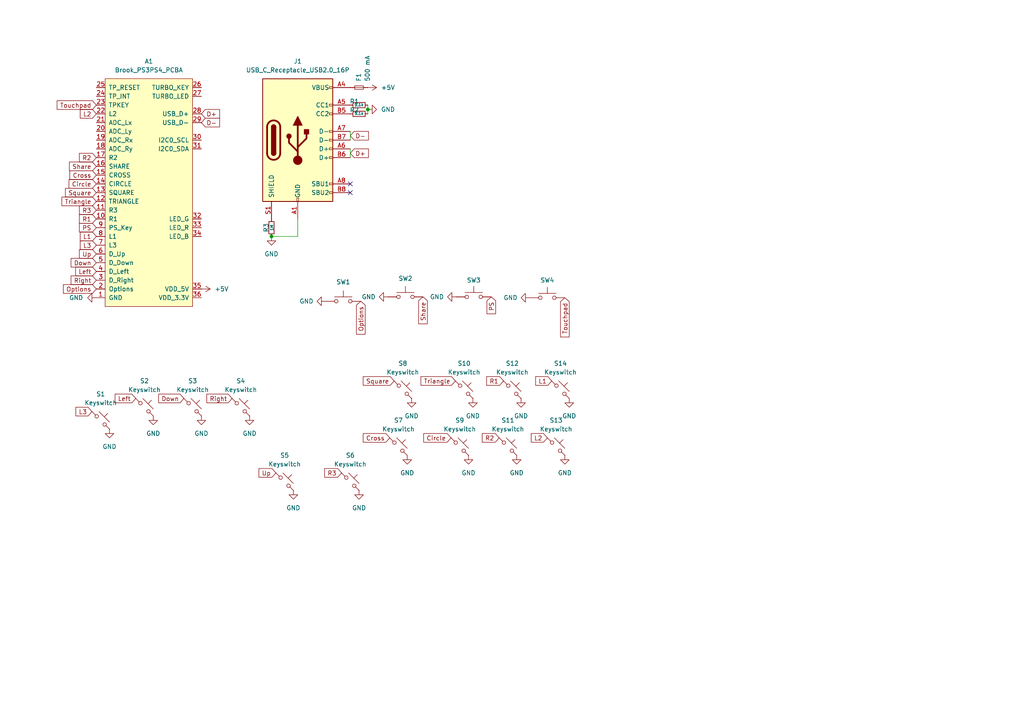
<source format=kicad_sch>
(kicad_sch (version 20231120) (generator "eeschema") (generator_version "8.0")
  (paper "A4")
  (lib_symbols
    (symbol "Brook:Brook_PS3PS4_PCBA" (pin_names (offset 1.016))
      (property "Reference" "A" (at 0 0 0))
      (property "Value" "Brook_PS3PS4_PCBA" (at 0 -2.54 0))
      (symbol "Brook_PS3PS4_PCBA_0_1"
        (rectangle (start -12.7 68.58) (end 12.7 2.54) (fill (type background)))
      )
      (symbol "Brook_PS3PS4_PCBA_1_1"
        (pin power_in line (at -15.24 5.08 0) (length 2.54) (name "GND") (number "1"))
        (pin input line (at -15.24 27.94 0) (length 2.54) (name "R1") (number "10"))
        (pin input line (at -15.24 30.48 0) (length 2.54) (name "R3") (number "11"))
        (pin input line (at -15.24 33.02 0) (length 2.54) (name "TRIANGLE") (number "12"))
        (pin input line (at -15.24 35.56 0) (length 2.54) (name "SQUARE") (number "13"))
        (pin input line (at -15.24 38.1 0) (length 2.54) (name "CIRCLE") (number "14"))
        (pin input line (at -15.24 40.64 0) (length 2.54) (name "CROSS") (number "15"))
        (pin input line (at -15.24 43.18 0) (length 2.54) (name "SHARE") (number "16"))
        (pin input line (at -15.24 45.72 0) (length 2.54) (name "R2") (number "17"))
        (pin input line (at -15.24 48.26 0) (length 2.54) (name "ADC_Ry") (number "18"))
        (pin input line (at -15.24 50.8 0) (length 2.54) (name "ADC_Rx") (number "19"))
        (pin input line (at -15.24 7.62 0) (length 2.54) (name "Options") (number "2"))
        (pin input line (at -15.24 53.34 0) (length 2.54) (name "ADC_Ly") (number "20"))
        (pin input line (at -15.24 55.88 0) (length 2.54) (name "ADC_Lx") (number "21"))
        (pin input line (at -15.24 58.42 0) (length 2.54) (name "L2") (number "22"))
        (pin input line (at -15.24 60.96 0) (length 2.54) (name "TPKEY") (number "23"))
        (pin input line (at -15.24 63.5 0) (length 2.54) (name "TP_INT") (number "24"))
        (pin input line (at -15.24 66.04 0) (length 2.54) (name "TP_RESET") (number "25"))
        (pin input line (at 15.24 66.04 180) (length 2.54) (name "TURBO_KEY") (number "26"))
        (pin output line (at 15.24 63.5 180) (length 2.54) (name "TURBO_LED") (number "27"))
        (pin bidirectional line (at 15.24 58.42 180) (length 2.54) (name "USB_D+") (number "28"))
        (pin bidirectional line (at 15.24 55.88 180) (length 2.54) (name "USB_D-") (number "29"))
        (pin input line (at -15.24 10.16 0) (length 2.54) (name "D_Right") (number "3"))
        (pin bidirectional line (at 15.24 50.8 180) (length 2.54) (name "I2C0_SCL") (number "30"))
        (pin bidirectional line (at 15.24 48.26 180) (length 2.54) (name "I2C0_SDA") (number "31"))
        (pin output line (at 15.24 27.94 180) (length 2.54) (name "LED_G") (number "32"))
        (pin output line (at 15.24 25.4 180) (length 2.54) (name "LED_R") (number "33"))
        (pin output line (at 15.24 22.86 180) (length 2.54) (name "LED_B") (number "34"))
        (pin power_in line (at 15.24 7.62 180) (length 2.54) (name "VDD_5V") (number "35"))
        (pin power_out line (at 15.24 5.08 180) (length 2.54) (name "VDD_3.3V") (number "36"))
        (pin input line (at -15.24 12.7 0) (length 2.54) (name "D_Left") (number "4"))
        (pin input line (at -15.24 15.24 0) (length 2.54) (name "D_Down") (number "5"))
        (pin input line (at -15.24 17.78 0) (length 2.54) (name "D_Up") (number "6"))
        (pin input line (at -15.24 20.32 0) (length 2.54) (name "L3") (number "7"))
        (pin input line (at -15.24 22.86 0) (length 2.54) (name "L1") (number "8"))
        (pin input line (at -15.24 25.4 0) (length 2.54) (name "PS_Key") (number "9"))
      )
    )
    (symbol "Connector:USB_C_Receptacle_USB2.0_16P" (pin_names (offset 1.016))
      (property "Reference" "J" (at 0 22.225 0))
      (property "Value" "USB_C_Receptacle_USB2.0_16P" (at 0 19.685 0))
      (symbol "USB_C_Receptacle_USB2.0_16P_0_0"
        (rectangle (start -0.254 -17.78) (end 0.254 -16.764))
        (rectangle (start 10.16 -14.986) (end 9.144 -15.494))
        (rectangle (start 10.16 -12.446) (end 9.144 -12.954))
        (rectangle (start 10.16 -4.826) (end 9.144 -5.334))
        (rectangle (start 10.16 -2.286) (end 9.144 -2.794))
        (rectangle (start 10.16 0.254) (end 9.144 -0.254))
        (rectangle (start 10.16 2.794) (end 9.144 2.286))
        (rectangle (start 10.16 7.874) (end 9.144 7.366))
        (rectangle (start 10.16 10.414) (end 9.144 9.906))
        (rectangle (start 10.16 15.494) (end 9.144 14.986))
      )
      (symbol "USB_C_Receptacle_USB2.0_16P_0_1"
        (rectangle (start -10.16 17.78) (end 10.16 -17.78) (stroke (width 0.254)) (fill (type background)))
        (arc (start -8.89 -3.81) (mid -6.985 -5.7067) (end -5.08 -3.81) (stroke (width 0.508)))
        (arc (start -7.62 -3.81) (mid -6.985 -4.4423) (end -6.35 -3.81) (stroke (width 0.254)))
        (arc (start -7.62 -3.81) (mid -6.985 -4.4423) (end -6.35 -3.81) (stroke (width 0.254)) (fill (type outline)))
        (rectangle (start -7.62 -3.81) (end -6.35 3.81) (stroke (width 0.254)) (fill (type outline)))
        (arc (start -6.35 3.81) (mid -6.985 4.4423) (end -7.62 3.81) (stroke (width 0.254)))
        (arc (start -6.35 3.81) (mid -6.985 4.4423) (end -7.62 3.81) (stroke (width 0.254)) (fill (type outline)))
        (arc (start -5.08 3.81) (mid -6.985 5.7067) (end -8.89 3.81) (stroke (width 0.508)))
        (circle (center -2.54 1.143) (radius 0.635) (stroke (width 0.254)) (fill (type outline)))
        (circle (center 0 -5.842) (radius 1.27) (fill (type outline)))
        (polyline (pts (xy -8.89 -3.81) (xy -8.89 3.81)) (stroke (width 0.508)))
        (polyline (pts (xy -5.08 3.81) (xy -5.08 -3.81)) (stroke (width 0.508)))
        (polyline (pts (xy 0 -5.842) (xy 0 4.318)) (stroke (width 0.508)))
        (polyline (pts (xy 0 -3.302) (xy -2.54 -0.762) (xy -2.54 0.508)) (stroke (width 0.508)))
        (polyline (pts (xy 0 -2.032) (xy 2.54 0.508) (xy 2.54 1.778)) (stroke (width 0.508)))
        (polyline (pts (xy -1.27 4.318) (xy 0 6.858) (xy 1.27 4.318) (xy -1.27 4.318)) (stroke (width 0.254)) (fill (type outline)))
        (rectangle (start 1.905 1.778) (end 3.175 3.048) (stroke (width 0.254)) (fill (type outline)))
      )
      (symbol "USB_C_Receptacle_USB2.0_16P_1_1"
        (pin passive line (at 0 -22.86 90) (length 5.08) (name "GND") (number "A1"))
        (pin passive line (at 0 -22.86 90) (length 5.08) hide (name "GND") (number "A12"))
        (pin passive line (at 15.24 15.24 180) (length 5.08) (name "VBUS") (number "A4"))
        (pin bidirectional line (at 15.24 10.16 180) (length 5.08) (name "CC1") (number "A5"))
        (pin bidirectional line (at 15.24 -2.54 180) (length 5.08) (name "D+") (number "A6"))
        (pin bidirectional line (at 15.24 2.54 180) (length 5.08) (name "D-") (number "A7"))
        (pin bidirectional line (at 15.24 -12.7 180) (length 5.08) (name "SBU1") (number "A8"))
        (pin passive line (at 15.24 15.24 180) (length 5.08) hide (name "VBUS") (number "A9"))
        (pin passive line (at 0 -22.86 90) (length 5.08) hide (name "GND") (number "B1"))
        (pin passive line (at 0 -22.86 90) (length 5.08) hide (name "GND") (number "B12"))
        (pin passive line (at 15.24 15.24 180) (length 5.08) hide (name "VBUS") (number "B4"))
        (pin bidirectional line (at 15.24 7.62 180) (length 5.08) (name "CC2") (number "B5"))
        (pin bidirectional line (at 15.24 -5.08 180) (length 5.08) (name "D+") (number "B6"))
        (pin bidirectional line (at 15.24 0 180) (length 5.08) (name "D-") (number "B7"))
        (pin bidirectional line (at 15.24 -15.24 180) (length 5.08) (name "SBU2") (number "B8"))
        (pin passive line (at 15.24 15.24 180) (length 5.08) hide (name "VBUS") (number "B9"))
        (pin passive line (at -7.62 -22.86 90) (length 5.08) (name "SHIELD") (number "S1"))
      )
    )
    (symbol "Device:Fuse_Small" (pin_numbers hide) (pin_names (offset 0.254) hide)
      (property "Reference" "F" (at 0 -1.524 0))
      (property "Value" "Fuse_Small" (at 0 1.524 0))
      (symbol "Fuse_Small_0_1"
        (rectangle (start -1.27 0.508) (end 1.27 -0.508))
        (polyline (pts (xy -1.27 0) (xy 1.27 0)))
      )
      (symbol "Fuse_Small_1_1"
        (pin passive line (at -2.54 0 0) (length 1.27) (name "~") (number "1"))
        (pin passive line (at 2.54 0 180) (length 1.27) (name "~") (number "2"))
      )
    )
    (symbol "Device:R_Small" (pin_numbers hide) (pin_names (offset 0.254) hide)
      (property "Reference" "R" (at 0.762 0.508 0))
      (property "Value" "R_Small" (at 0.762 -1.016 0))
      (symbol "R_Small_0_1"
        (rectangle (start -0.762 1.778) (end 0.762 -1.778) (stroke (width 0.2032)))
      )
      (symbol "R_Small_1_1"
        (pin passive line (at 0 2.54 270) (length 0.762) (name "~") (number "1"))
        (pin passive line (at 0 -2.54 90) (length 0.762) (name "~") (number "2"))
      )
    )
    (symbol "ScottoKeebs:Placeholder_Keyswitch" (pin_numbers hide) (pin_names (offset 1.016) hide)
      (property "Reference" "S" (at 3.048 1.016 0))
      (property "Value" "Keyswitch" (at 0 -3.81 0))
      (symbol "Placeholder_Keyswitch_0_1"
        (circle (center -1.1684 1.1684) (radius 0.508))
        (polyline (pts (xy -0.508 2.54) (xy 2.54 -0.508)))
        (polyline (pts (xy 1.016 1.016) (xy 2.032 2.032)))
        (polyline (pts (xy -2.54 2.54) (xy -1.524 1.524) (xy -1.524 1.524)))
        (polyline (pts (xy 1.524 -1.524) (xy 2.54 -2.54) (xy 2.54 -2.54) (xy 2.54 -2.54)))
        (circle (center 1.143 -1.1938) (radius 0.508))
        (pin passive line (at -2.54 2.54 0) (length 0) (name "1") (number "1"))
        (pin passive line (at 2.54 -2.54 180) (length 0) (name "2") (number "2"))
      )
    )
    (symbol "Switch:SW_Push" (pin_numbers hide) (pin_names (offset 1.016) hide)
      (property "Reference" "SW" (at 1.27 2.54 0))
      (property "Value" "SW_Push" (at 0 -1.524 0))
      (symbol "SW_Push_0_1"
        (circle (center -2.032 0) (radius 0.508))
        (polyline (pts (xy 0 1.27) (xy 0 3.048)))
        (polyline (pts (xy 2.54 1.27) (xy -2.54 1.27)))
        (circle (center 2.032 0) (radius 0.508))
        (pin passive line (at -5.08 0 0) (length 2.54) (name "1") (number "1"))
        (pin passive line (at 5.08 0 180) (length 2.54) (name "2") (number "2"))
      )
    )
    (symbol "power:+5V" (power) (pin_numbers hide) (pin_names (offset 0) hide)
      (property "Value" "+5V" (at 0 3.556 0))
      (symbol "+5V_0_1"
        (polyline (pts (xy -0.762 1.27) (xy 0 2.54)))
        (polyline (pts (xy 0 0) (xy 0 2.54)))
        (polyline (pts (xy 0 2.54) (xy 0.762 1.27)))
      )
      (symbol "+5V_1_1"
        (pin power_in line (at 0 0 90) (length 0) (name "~") (number "1"))
      )
    )
    (symbol "power:GND" (power) (pin_numbers hide) (pin_names (offset 0) hide)
      (property "Value" "GND" (at 0 -3.81 0))
      (symbol "GND_0_1"
        (polyline (pts (xy 0 0) (xy 0 -1.27) (xy 1.27 -1.27) (xy 0 -2.54) (xy -1.27 -1.27) (xy 0 -1.27)))
      )
      (symbol "GND_1_1"
        (pin power_in line (at 0 0 270) (length 0) (name "~") (number "1"))
      )
    )
  )
  (junction (at 78.74 68.58))
  (junction (at 106.68 31.75))
  (no_connect (at 101.6 55.88))
  (no_connect (at 101.6 53.34))
  (wire (pts (xy 101.6 38.1) (xy 101.6 40.64)))
  (wire (pts (xy 86.36 63.5) (xy 86.36 68.58)))
  (wire (pts (xy 106.68 30.48) (xy 106.68 31.75)))
  (wire (pts (xy 101.6 43.18) (xy 101.6 45.72)))
  (wire (pts (xy 106.68 31.75) (xy 106.68 33.02)))
  (wire (pts (xy 86.36 68.58) (xy 78.74 68.58)))
  (global_label "Share" (shape input) (at 122.682 86.106 270) (property "Intersheetrefs" "${INTERSHEET_REFS}" (effects (hide yes))))
  (global_label "Down" (shape input) (at 53.34 115.57 180) (property "Intersheetrefs" "${INTERSHEET_REFS}" (effects (hide yes))))
  (global_label "Down" (shape input) (at 27.94 76.2 180) (property "Intersheetrefs" "${INTERSHEET_REFS}" (effects (hide yes))))
  (global_label "PS" (shape input) (at 27.94 66.04 180) (property "Intersheetrefs" "${INTERSHEET_REFS}" (effects (hide yes))))
  (global_label "R2" (shape input) (at 27.94 45.72 180) (property "Intersheetrefs" "${INTERSHEET_REFS}" (effects (hide yes))))
  (global_label "Square" (shape input) (at 27.94 55.88 180) (property "Intersheetrefs" "${INTERSHEET_REFS}" (effects (hide yes))))
  (global_label "L2" (shape input) (at 158.75 127 180) (property "Intersheetrefs" "${INTERSHEET_REFS}" (effects (hide yes))))
  (global_label "L3" (shape input) (at 26.67 119.38 180) (property "Intersheetrefs" "${INTERSHEET_REFS}" (effects (hide yes))))
  (global_label "L3" (shape input) (at 27.94 71.12 180) (property "Intersheetrefs" "${INTERSHEET_REFS}" (effects (hide yes))))
  (global_label "Right" (shape input) (at 67.31 115.57 180) (property "Intersheetrefs" "${INTERSHEET_REFS}" (effects (hide yes))))
  (global_label "Left" (shape input) (at 27.94 78.74 180) (property "Intersheetrefs" "${INTERSHEET_REFS}" (effects (hide yes))))
  (global_label "L2" (shape input) (at 27.94 33.02 180) (property "Intersheetrefs" "${INTERSHEET_REFS}" (effects (hide yes))))
  (global_label "D+" (shape input) (at 101.6 44.45 0) (property "Intersheetrefs" "${INTERSHEET_REFS}" (effects (hide yes))))
  (global_label "Up" (shape input) (at 80.01 137.16 180) (property "Intersheetrefs" "${INTERSHEET_REFS}" (effects (hide yes))))
  (global_label "Left" (shape input) (at 39.37 115.57 180) (property "Intersheetrefs" "${INTERSHEET_REFS}" (effects (hide yes))))
  (global_label "Share" (shape input) (at 27.94 48.26 180) (property "Intersheetrefs" "${INTERSHEET_REFS}" (effects (hide yes))))
  (global_label "D+" (shape input) (at 58.42 33.02 0) (property "Intersheetrefs" "${INTERSHEET_REFS}" (effects (hide yes))))
  (global_label "R3" (shape input) (at 27.94 60.96 180) (property "Intersheetrefs" "${INTERSHEET_REFS}" (effects (hide yes))))
  (global_label "Up" (shape input) (at 27.94 73.66 180) (property "Intersheetrefs" "${INTERSHEET_REFS}" (effects (hide yes))))
  (global_label "Touchpad" (shape input) (at 27.94 30.48 180) (property "Intersheetrefs" "${INTERSHEET_REFS}" (effects (hide yes))))
  (global_label "R1" (shape input) (at 146.05 110.49 180) (property "Intersheetrefs" "${INTERSHEET_REFS}" (effects (hide yes))))
  (global_label "Square" (shape input) (at 114.3 110.49 180) (property "Intersheetrefs" "${INTERSHEET_REFS}" (effects (hide yes))))
  (global_label "Triangle" (shape input) (at 132.08 110.49 180) (property "Intersheetrefs" "${INTERSHEET_REFS}" (effects (hide yes))))
  (global_label "R3" (shape input) (at 99.06 137.16 180) (property "Intersheetrefs" "${INTERSHEET_REFS}" (effects (hide yes))))
  (global_label "Touchpad" (shape input) (at 163.83 86.36 270) (property "Intersheetrefs" "${INTERSHEET_REFS}" (effects (hide yes))))
  (global_label "D-" (shape input) (at 58.42 35.56 0) (property "Intersheetrefs" "${INTERSHEET_REFS}" (effects (hide yes))))
  (global_label "PS" (shape input) (at 142.494 86.106 270) (property "Intersheetrefs" "${INTERSHEET_REFS}" (effects (hide yes))))
  (global_label "Right" (shape input) (at 27.94 81.28 180) (property "Intersheetrefs" "${INTERSHEET_REFS}" (effects (hide yes))))
  (global_label "L1" (shape input) (at 160.02 110.49 180) (property "Intersheetrefs" "${INTERSHEET_REFS}" (effects (hide yes))))
  (global_label "L1" (shape input) (at 27.94 68.58 180) (property "Intersheetrefs" "${INTERSHEET_REFS}" (effects (hide yes))))
  (global_label "Circle" (shape input) (at 130.81 127 180) (property "Intersheetrefs" "${INTERSHEET_REFS}" (effects (hide yes))))
  (global_label "Cross" (shape input) (at 113.03 127 180) (property "Intersheetrefs" "${INTERSHEET_REFS}" (effects (hide yes))))
  (global_label "Circle" (shape input) (at 27.94 53.34 180) (property "Intersheetrefs" "${INTERSHEET_REFS}" (effects (hide yes))))
  (global_label "R2" (shape input) (at 144.78 127 180) (property "Intersheetrefs" "${INTERSHEET_REFS}" (effects (hide yes))))
  (global_label "D-" (shape input) (at 101.6 39.37 0) (property "Intersheetrefs" "${INTERSHEET_REFS}" (effects (hide yes))))
  (global_label "Options" (shape input) (at 104.648 87.376 270) (property "Intersheetrefs" "${INTERSHEET_REFS}" (effects (hide yes))))
  (global_label "Cross" (shape input) (at 27.94 50.8 180) (property "Intersheetrefs" "${INTERSHEET_REFS}" (effects (hide yes))))
  (global_label "Options" (shape input) (at 27.94 83.82 180) (property "Intersheetrefs" "${INTERSHEET_REFS}" (effects (hide yes))))
  (global_label "Triangle" (shape input) (at 27.94 58.42 180) (property "Intersheetrefs" "${INTERSHEET_REFS}" (effects (hide yes))))
  (global_label "R1" (shape input) (at 27.94 63.5 180) (property "Intersheetrefs" "${INTERSHEET_REFS}" (effects (hide yes))))
  (symbol (lib_id "power:GND") (at 118.11 132.08 0) (unit 1)
    (property "Reference" "#PWR012" (effects (hide yes)))
    (property "Value" "GND" (at 118.11 137.16 0))
    (property "Description" "Power symbol creates a global label with name \"GND\" , ground" (effects (hide yes)))
  )
  (symbol (lib_id "Switch:SW_Push") (at 117.602 86.106 0) (unit 1)
    (property "Reference" "SW2" (at 117.602 80.772 0))
    (property "Value" "SW_Push" (effects (hide yes)))
    (property "Footprint" "extra_footprints:RT3301AF260Q" (effects (hide yes)))
  )
  (symbol (lib_id "ScottoKeebs:Placeholder_Keyswitch") (at 133.35 129.54 0) (unit 1)
    (property "Reference" "S9" (at 133.35 121.92 0))
    (property "Value" "Keyswitch" (at 133.35 124.46 0))
    (property "Footprint" "extra_footprints:Kailh_socket_PG1350" (effects (hide yes)))
    (property "Description" "Push button switch, normally open, two pins, 45° tilted" (effects (hide yes)))
  )
  (symbol (lib_id "power:GND") (at 149.86 132.08 0) (unit 1)
    (property "Reference" "#PWR016" (effects (hide yes)))
    (property "Value" "GND" (at 149.86 137.16 0))
    (property "Description" "Power symbol creates a global label with name \"GND\" , ground" (effects (hide yes)))
  )
  (symbol (lib_id "power:GND") (at 135.89 132.08 0) (unit 1)
    (property "Reference" "#PWR014" (effects (hide yes)))
    (property "Value" "GND" (at 135.89 137.16 0))
    (property "Description" "Power symbol creates a global label with name \"GND\" , ground" (effects (hide yes)))
  )
  (symbol (lib_id "power:GND") (at 104.14 142.24 0) (unit 1)
    (property "Reference" "#PWR011" (effects (hide yes)))
    (property "Value" "GND" (at 104.14 147.32 0))
    (property "Description" "Power symbol creates a global label with name \"GND\" , ground" (effects (hide yes)))
  )
  (symbol (lib_id "power:GND") (at 132.334 86.106 270) (unit 1)
    (property "Reference" "#PWR022" (effects (hide yes)))
    (property "Value" "GND" (at 128.778 86.106 90) (effects (justify right)))
  )
  (symbol (lib_id "Device:Fuse_Small") (at 104.14 25.4 0) (unit 1)
    (property "Reference" "F1" (at 104.0384 23.6728 90) (effects (justify left)))
    (property "Value" "500 mA" (at 106.5784 23.6728 90) (effects (justify left)))
    (property "Footprint" "Fuse:Fuse_1206_3216Metric" (effects (hide yes)))
    (property "LCSC" "C70076" (effects (hide yes)))
  )
  (symbol (lib_id "Switch:SW_Push") (at 137.414 86.106 0) (unit 1)
    (property "Reference" "SW3" (at 137.414 81.28 0))
    (property "Value" "SW_Push" (effects (hide yes)))
    (property "Footprint" "extra_footprints:RT3301AF260Q" (effects (hide yes)))
  )
  (symbol (lib_id "ScottoKeebs:Placeholder_Keyswitch") (at 55.88 118.11 0) (unit 1)
    (property "Reference" "S3" (at 55.88 110.49 0))
    (property "Value" "Keyswitch" (at 55.88 113.03 0))
    (property "Footprint" "extra_footprints:Kailh_socket_PG1350" (effects (hide yes)))
    (property "Description" "Push button switch, normally open, two pins, 45° tilted" (effects (hide yes)))
  )
  (symbol (lib_id "power:GND") (at 165.1 115.57 0) (unit 1)
    (property "Reference" "#PWR019" (effects (hide yes)))
    (property "Value" "GND" (at 165.1 120.65 0))
    (property "Description" "Power symbol creates a global label with name \"GND\" , ground" (effects (hide yes)))
  )
  (symbol (lib_id "power:+5V") (at 106.68 25.4 270) (unit 1)
    (property "Reference" "#PWR026" (effects (hide yes)))
    (property "Value" "+5V" (at 110.49 25.3999 90) (effects (justify left)))
    (property "Description" "Power symbol creates a global label with name \"+5V\"" (effects (hide yes)))
  )
  (symbol (lib_id "Brook:Brook_PS3PS4_PCBA") (at 43.18 91.44 0) (unit 1)
    (property "Reference" "A1" (at 43.18 17.78 0))
    (property "Value" "Brook_PS3PS4_PCBA" (at 43.18 20.32 0))
    (property "Footprint" "Brook:Brook_PS3PS4_PCBA" (effects (hide yes)))
  )
  (symbol (lib_id "power:GND") (at 58.42 120.65 0) (unit 1)
    (property "Reference" "#PWR08" (effects (hide yes)))
    (property "Value" "GND" (at 58.42 125.73 0))
    (property "Description" "Power symbol creates a global label with name \"GND\" , ground" (effects (hide yes)))
  )
  (symbol (lib_id "power:GND") (at 106.68 31.75 90) (unit 1)
    (property "Reference" "#PWR025" (effects (hide yes)))
    (property "Value" "GND" (at 110.49 31.7499 90) (effects (justify right)))
    (property "Description" "Power symbol creates a global label with name \"GND\" , ground" (effects (hide yes)))
  )
  (symbol (lib_id "ScottoKeebs:Placeholder_Keyswitch") (at 134.62 113.03 0) (unit 1)
    (property "Reference" "S10" (at 134.62 105.41 0))
    (property "Value" "Keyswitch" (at 134.62 107.95 0))
    (property "Footprint" "extra_footprints:Kailh_socket_PG1350" (effects (hide yes)))
    (property "Description" "Push button switch, normally open, two pins, 45° tilted" (effects (hide yes)))
  )
  (symbol (lib_id "ScottoKeebs:Placeholder_Keyswitch") (at 101.6 139.7 0) (unit 1)
    (property "Reference" "S6" (at 101.6 132.08 0))
    (property "Value" "Keyswitch" (at 101.6 134.62 0))
    (property "Footprint" "extra_footprints:Kailh_socket_PG1350" (effects (hide yes)))
    (property "Description" "Push button switch, normally open, two pins, 45° tilted" (effects (hide yes)))
  )
  (symbol (lib_id "power:GND") (at 112.522 86.106 270) (unit 1)
    (property "Reference" "#PWR021" (effects (hide yes)))
    (property "Value" "GND" (at 108.966 86.106 90) (effects (justify right)))
  )
  (symbol (lib_id "power:GND") (at 85.09 142.24 0) (unit 1)
    (property "Reference" "#PWR010" (effects (hide yes)))
    (property "Value" "GND" (at 85.09 147.32 0))
    (property "Description" "Power symbol creates a global label with name \"GND\" , ground" (effects (hide yes)))
  )
  (symbol (lib_id "power:GND") (at 27.94 86.36 270) (unit 1)
    (property "Reference" "#PWR01" (effects (hide yes)))
    (property "Value" "GND" (at 24.13 86.3599 90) (effects (justify right)))
    (property "Description" "Power symbol creates a global label with name \"GND\" , ground" (effects (hide yes)))
  )
  (symbol (lib_id "Device:R_Small") (at 104.14 33.02 90) (unit 1)
    (property "Reference" "R2" (at 104.14 31.9531 90) (effects (justify left)))
    (property "Value" "5.1k" (at 105.4608 32.9184 90) (effects (font (size 0.8 0.8)) (justify left)))
    (property "Footprint" "Resistor_SMD:R_0402_1005Metric" (effects (hide yes)))
    (property "LCSC" "C25744" (effects (hide yes)))
  )
  (symbol (lib_id "power:GND") (at 72.39 120.65 0) (unit 1)
    (property "Reference" "#PWR09" (effects (hide yes)))
    (property "Value" "GND" (at 72.39 125.73 0))
    (property "Description" "Power symbol creates a global label with name \"GND\" , ground" (effects (hide yes)))
  )
  (symbol (lib_id "power:GND") (at 153.67 86.36 270) (unit 1)
    (property "Reference" "#PWR023" (effects (hide yes)))
    (property "Value" "GND" (at 150.114 86.36 90) (effects (justify right)))
  )
  (symbol (lib_id "ScottoKeebs:Placeholder_Keyswitch") (at 147.32 129.54 0) (unit 1)
    (property "Reference" "S11" (at 147.32 121.92 0))
    (property "Value" "Keyswitch" (at 147.32 124.46 0))
    (property "Footprint" "extra_footprints:Kailh_socket_PG1350" (effects (hide yes)))
    (property "Description" "Push button switch, normally open, two pins, 45° tilted" (effects (hide yes)))
  )
  (symbol (lib_id "power:GND") (at 151.13 115.57 0) (unit 1)
    (property "Reference" "#PWR017" (effects (hide yes)))
    (property "Value" "GND" (at 151.13 120.65 0))
    (property "Description" "Power symbol creates a global label with name \"GND\" , ground" (effects (hide yes)))
  )
  (symbol (lib_id "power:GND") (at 44.45 120.65 0) (unit 1)
    (property "Reference" "#PWR07" (effects (hide yes)))
    (property "Value" "GND" (at 44.45 125.73 0))
    (property "Description" "Power symbol creates a global label with name \"GND\" , ground" (effects (hide yes)))
  )
  (symbol (lib_id "ScottoKeebs:Placeholder_Keyswitch") (at 41.91 118.11 0) (unit 1)
    (property "Reference" "S2" (at 41.91 110.49 0))
    (property "Value" "Keyswitch" (at 41.91 113.03 0))
    (property "Footprint" "extra_footprints:Kailh_socket_PG1350" (effects (hide yes)))
    (property "Description" "Push button switch, normally open, two pins, 45° tilted" (effects (hide yes)))
  )
  (symbol (lib_id "power:GND") (at 94.488 87.376 270) (unit 1)
    (property "Reference" "#PWR020" (effects (hide yes)))
    (property "Value" "GND" (at 90.932 87.376 90) (effects (justify right)))
  )
  (symbol (lib_id "power:GND") (at 78.74 68.58 0) (unit 1)
    (property "Reference" "#PWR024" (effects (hide yes)))
    (property "Value" "GND" (at 78.74 73.66 0))
    (property "Description" "Power symbol creates a global label with name \"GND\" , ground" (effects (hide yes)))
  )
  (symbol (lib_id "ScottoKeebs:Placeholder_Keyswitch") (at 116.84 113.03 0) (unit 1)
    (property "Reference" "S8" (at 116.84 105.41 0))
    (property "Value" "Keyswitch" (at 116.84 107.95 0))
    (property "Footprint" "extra_footprints:Kailh_socket_PG1350" (effects (hide yes)))
    (property "Description" "Push button switch, normally open, two pins, 45° tilted" (effects (hide yes)))
  )
  (symbol (lib_id "Device:R_Small") (at 104.14 30.48 90) (unit 1)
    (property "Reference" "R1" (at 104.14 29.4131 90) (effects (justify left)))
    (property "Value" "5.1k" (at 105.4608 30.3784 90) (effects (font (size 0.8 0.8)) (justify left)))
    (property "Footprint" "Resistor_SMD:R_0402_1005Metric" (effects (hide yes)))
    (property "LCSC" "C25744" (effects (hide yes)))
  )
  (symbol (lib_id "ScottoKeebs:Placeholder_Keyswitch") (at 82.55 139.7 0) (unit 1)
    (property "Reference" "S5" (at 82.55 132.08 0))
    (property "Value" "Keyswitch" (at 82.55 134.62 0))
    (property "Footprint" "extra_footprints:Kailh_socket_PG1350" (effects (hide yes)))
    (property "Description" "Push button switch, normally open, two pins, 45° tilted" (effects (hide yes)))
  )
  (symbol (lib_id "ScottoKeebs:Placeholder_Keyswitch") (at 161.29 129.54 0) (unit 1)
    (property "Reference" "S13" (at 161.29 121.92 0))
    (property "Value" "Keyswitch" (at 161.29 124.46 0))
    (property "Footprint" "extra_footprints:Kailh_socket_PG1350" (effects (hide yes)))
    (property "Description" "Push button switch, normally open, two pins, 45° tilted" (effects (hide yes)))
  )
  (symbol (lib_id "Switch:SW_Push") (at 158.75 86.36 0) (unit 1)
    (property "Reference" "SW4" (at 158.75 81.28 0))
    (property "Value" "SW_Push" (effects (hide yes)))
    (property "Footprint" "extra_footprints:RT3301AF260Q" (effects (hide yes)))
  )
  (symbol (lib_id "ScottoKeebs:Placeholder_Keyswitch") (at 69.85 118.11 0) (unit 1)
    (property "Reference" "S4" (at 69.85 110.49 0))
    (property "Value" "Keyswitch" (at 69.85 113.03 0))
    (property "Footprint" "extra_footprints:Kailh_socket_PG1350" (effects (hide yes)))
    (property "Description" "Push button switch, normally open, two pins, 45° tilted" (effects (hide yes)))
  )
  (symbol (lib_id "ScottoKeebs:Placeholder_Keyswitch") (at 148.59 113.03 0) (unit 1)
    (property "Reference" "S12" (at 148.59 105.41 0))
    (property "Value" "Keyswitch" (at 148.59 107.95 0))
    (property "Footprint" "extra_footprints:Kailh_socket_PG1350" (effects (hide yes)))
    (property "Description" "Push button switch, normally open, two pins, 45° tilted" (effects (hide yes)))
  )
  (symbol (lib_id "power:GND") (at 119.38 115.57 0) (unit 1)
    (property "Reference" "#PWR013" (effects (hide yes)))
    (property "Value" "GND" (at 119.38 120.65 0))
    (property "Description" "Power symbol creates a global label with name \"GND\" , ground" (effects (hide yes)))
  )
  (symbol (lib_id "ScottoKeebs:Placeholder_Keyswitch") (at 115.57 129.54 0) (unit 1)
    (property "Reference" "S7" (at 115.57 121.92 0))
    (property "Value" "Keyswitch" (at 115.57 124.46 0))
    (property "Footprint" "extra_footprints:Kailh_socket_PG1350" (effects (hide yes)))
    (property "Description" "Push button switch, normally open, two pins, 45° tilted" (effects (hide yes)))
  )
  (symbol (lib_id "power:GND") (at 163.83 132.08 0) (unit 1)
    (property "Reference" "#PWR018" (effects (hide yes)))
    (property "Value" "GND" (at 163.83 137.16 0))
    (property "Description" "Power symbol creates a global label with name \"GND\" , ground" (effects (hide yes)))
  )
  (symbol (lib_id "power:GND") (at 31.75 124.46 0) (unit 1)
    (property "Reference" "#PWR06" (effects (hide yes)))
    (property "Value" "GND" (at 31.75 129.54 0))
    (property "Description" "Power symbol creates a global label with name \"GND\" , ground" (effects (hide yes)))
  )
  (symbol (lib_id "Device:R_Small") (at 78.74 66.04 180) (unit 1)
    (property "Reference" "R3" (at 77.1906 66.04 90))
    (property "Value" "1M" (at 78.8416 66.04 90) (effects (font (size 0.8 0.8))))
    (property "Footprint" "Resistor_SMD:R_0603_1608Metric" (effects (hide yes)))
    (property "LCSC" "C22935" (effects (hide yes)))
  )
  (symbol (lib_id "power:GND") (at 137.16 115.57 0) (unit 1)
    (property "Reference" "#PWR015" (effects (hide yes)))
    (property "Value" "GND" (at 137.16 120.65 0))
    (property "Description" "Power symbol creates a global label with name \"GND\" , ground" (effects (hide yes)))
  )
  (symbol (lib_id "power:+5V") (at 58.42 83.82 270) (unit 1)
    (property "Reference" "#PWR02" (effects (hide yes)))
    (property "Value" "+5V" (at 62.23 83.8199 90) (effects (justify left)))
    (property "Description" "Power symbol creates a global label with name \"+5V\"" (effects (hide yes)))
  )
  (symbol (lib_id "Switch:SW_Push") (at 99.568 87.376 0) (unit 1)
    (property "Reference" "SW1" (at 99.568 81.788 0))
    (property "Value" "SW_Push" (effects (hide yes)))
    (property "Footprint" "extra_footprints:RT3301AF260Q" (effects (hide yes)))
  )
  (symbol (lib_id "ScottoKeebs:Placeholder_Keyswitch") (at 162.56 113.03 0) (unit 1)
    (property "Reference" "S14" (at 162.56 105.41 0))
    (property "Value" "Keyswitch" (at 162.56 107.95 0))
    (property "Footprint" "extra_footprints:Kailh_socket_PG1350" (effects (hide yes)))
    (property "Description" "Push button switch, normally open, two pins, 45° tilted" (effects (hide yes)))
  )
  (symbol (lib_id "ScottoKeebs:Placeholder_Keyswitch") (at 29.21 121.92 0) (unit 1)
    (property "Reference" "S1" (at 29.21 114.3 0))
    (property "Value" "Keyswitch" (at 29.21 116.84 0))
    (property "Footprint" "extra_footprints:Kailh_socket_PG1350" (effects (hide yes)))
    (property "Description" "Push button switch, normally open, two pins, 45° tilted" (effects (hide yes)))
  )
  (symbol (lib_id "Connector:USB_C_Receptacle_USB2.0_16P") (at 86.36 40.64 0) (unit 1)
    (property "Reference" "J1" (at 86.36 17.78 0))
    (property "Value" "USB_C_Receptacle_USB2.0_16P" (at 86.36 20.32 0))
    (property "Footprint" "PCM_marbastlib-xp-various:USB_C_Receptacle_HRO_TYPE-C-31-M-23" (effects (hide yes)))
    (property "Datasheet" "https://www.usb.org/sites/default/files/documents/usb_type-c.zip" (effects (hide yes)))
    (property "Description" "USB 2.0-only 16P Type-C Receptacle connector" (effects (hide yes)))
  )
)
</source>
